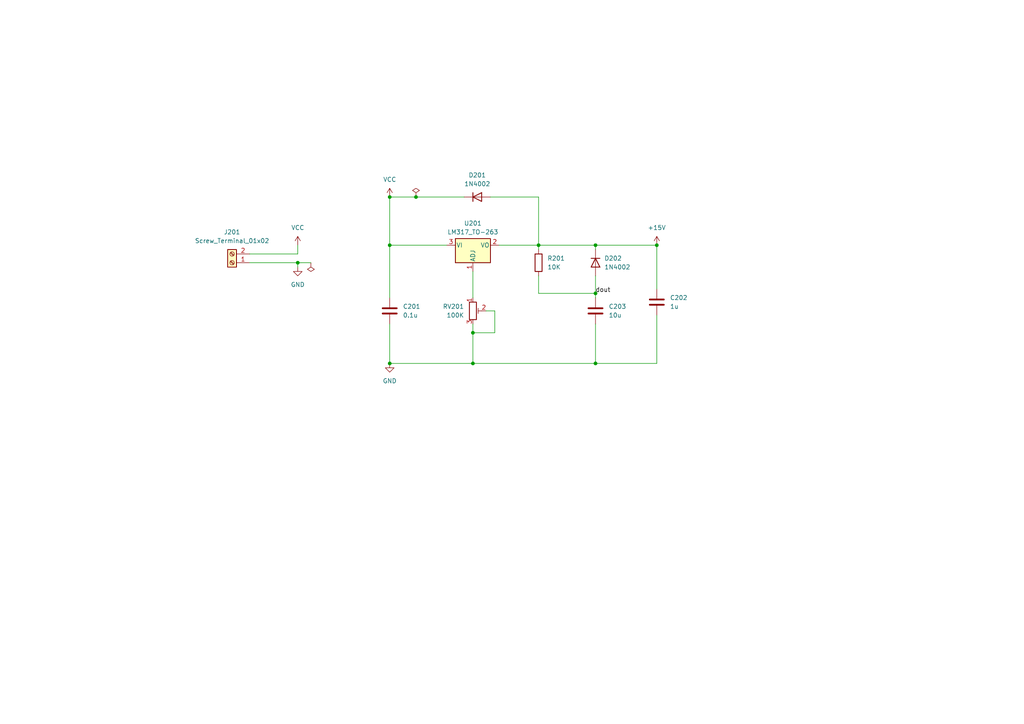
<source format=kicad_sch>
(kicad_sch (version 20250114) (generator "eeschema") (generator_version "9.0")
  (paper "A4")
  (lib_symbols
    (symbol "Connector:Screw_Terminal_01x02" (pin_names (offset 1.016) (hide yes))
      (property "Reference" "J" (at 0 2.54 0))
      (property "Value" "Screw_Terminal_01x02" (at 0 -5.08 0))
      (symbol "Screw_Terminal_01x02_1_1"
        (rectangle (start -1.27 1.27) (end 1.27 -3.81) (stroke (width 0.254)) (fill (type background)))
        (polyline (pts (xy -0.5334 0.3302) (xy 0.3302 -0.508)) (stroke (width 0.1524)))
        (polyline (pts (xy -0.5334 -2.2098) (xy 0.3302 -3.048)) (stroke (width 0.1524)))
        (polyline (pts (xy -0.3556 0.508) (xy 0.508 -0.3302)) (stroke (width 0.1524)))
        (polyline (pts (xy -0.3556 -2.032) (xy 0.508 -2.8702)) (stroke (width 0.1524)))
        (circle (center 0 0) (radius 0.635) (stroke (width 0.1524)))
        (circle (center 0 -2.54) (radius 0.635) (stroke (width 0.1524)))
        (pin passive line (at -5.08 0 0) (length 3.81) (name "Pin_1") (number "1"))
        (pin passive line (at -5.08 -2.54 0) (length 3.81) (name "Pin_2") (number "2"))
      )
    )
    (symbol "Device:C" (pin_numbers (hide yes)) (pin_names (offset 0.254))
      (property "Reference" "C" (at 0.635 2.54 0))
      (property "Value" "C" (at 0.635 -2.54 0))
      (symbol "C_0_1"
        (polyline (pts (xy -2.032 0.762) (xy 2.032 0.762)) (stroke (width 0.508)))
        (polyline (pts (xy -2.032 -0.762) (xy 2.032 -0.762)) (stroke (width 0.508)))
      )
      (symbol "C_1_1"
        (pin passive line (at 0 3.81 270) (length 2.794) (name "~") (number "1"))
        (pin passive line (at 0 -3.81 90) (length 2.794) (name "~") (number "2"))
      )
    )
    (symbol "Device:R" (pin_numbers (hide yes)) (pin_names (offset 0))
      (property "Reference" "R" (at 2.032 0 90))
      (property "Value" "R" (at 0 0 90))
      (symbol "R_0_1"
        (rectangle (start -1.016 -2.54) (end 1.016 2.54) (stroke (width 0.254)))
      )
      (symbol "R_1_1"
        (pin passive line (at 0 3.81 270) (length 1.27) (name "~") (number "1"))
        (pin passive line (at 0 -3.81 90) (length 1.27) (name "~") (number "2"))
      )
    )
    (symbol "Device:R_Potentiometer_Trim" (pin_names (offset 1.016) (hide yes))
      (property "Reference" "RV" (at -4.445 0 90))
      (property "Value" "R_Potentiometer_Trim" (at -2.54 0 90))
      (symbol "R_Potentiometer_Trim_0_1"
        (rectangle (start 1.016 2.54) (end -1.016 -2.54) (stroke (width 0.254)))
        (polyline (pts (xy 1.524 0.762) (xy 1.524 -0.762)))
        (polyline (pts (xy 2.54 0) (xy 1.524 0)))
      )
      (symbol "R_Potentiometer_Trim_1_1"
        (pin passive line (at 0 3.81 270) (length 1.27) (name "1") (number "1"))
        (pin passive line (at 0 -3.81 90) (length 1.27) (name "3") (number "3"))
        (pin passive line (at 3.81 0 180) (length 1.27) (name "2") (number "2"))
      )
    )
    (symbol "Diode:1N4002" (pin_numbers (hide yes)) (pin_names (hide yes))
      (property "Reference" "D" (at 0 2.54 0))
      (property "Value" "1N4002" (at 0 -2.54 0))
      (symbol "1N4002_0_1"
        (polyline (pts (xy -1.27 1.27) (xy -1.27 -1.27)) (stroke (width 0.254)))
        (polyline (pts (xy 1.27 1.27) (xy 1.27 -1.27) (xy -1.27 0) (xy 1.27 1.27)) (stroke (width 0.254)))
        (polyline (pts (xy 1.27 0) (xy -1.27 0)))
      )
      (symbol "1N4002_1_1"
        (pin passive line (at -3.81 0 0) (length 2.54) (name "K") (number "1"))
        (pin passive line (at 3.81 0 180) (length 2.54) (name "A") (number "2"))
      )
    )
    (symbol "Regulator_Linear:LM317_TO-263" (pin_names (offset 0.254))
      (property "Reference" "U" (at -3.81 3.175 0))
      (property "Value" "LM317_TO-263" (at 0 3.175 0))
      (symbol "LM317_TO-263_0_1"
        (rectangle (start -5.08 1.905) (end 5.08 -5.08) (stroke (width 0.254)) (fill (type background)))
      )
      (symbol "LM317_TO-263_1_1"
        (pin power_in line (at -7.62 0 0) (length 2.54) (name "VI") (number "3"))
        (pin input line (at 0 -7.62 90) (length 2.54) (name "ADJ") (number "1"))
        (pin power_out line (at 7.62 0 180) (length 2.54) (name "VO") (number "2"))
      )
    )
    (symbol "power:+15V" (power) (pin_numbers (hide yes)) (pin_names (offset 0) (hide yes))
      (property "Value" "+15V" (at 0 3.556 0))
      (symbol "+15V_0_1"
        (polyline (pts (xy -0.762 1.27) (xy 0 2.54)))
        (polyline (pts (xy 0 2.54) (xy 0.762 1.27)))
        (polyline (pts (xy 0 0) (xy 0 2.54)))
      )
      (symbol "+15V_1_1"
        (pin power_in line (at 0 0 90) (length 0) (name "~") (number "1"))
      )
    )
    (symbol "power:GND" (power) (pin_numbers (hide yes)) (pin_names (offset 0) (hide yes))
      (property "Value" "GND" (at 0 -3.81 0))
      (symbol "GND_0_1"
        (polyline (pts (xy 0 0) (xy 0 -1.27) (xy 1.27 -1.27) (xy 0 -2.54) (xy -1.27 -1.27) (xy 0 -1.27)))
      )
      (symbol "GND_1_1"
        (pin power_in line (at 0 0 270) (length 0) (name "~") (number "1"))
      )
    )
    (symbol "power:PWR_FLAG" (power) (pin_numbers (hide yes)) (pin_names (offset 0) (hide yes))
      (property "Value" "PWR_FLAG" (at 0 3.81 0))
      (symbol "PWR_FLAG_0_0"
        (pin power_out line (at 0 0 90) (length 0) (name "~") (number "1"))
      )
      (symbol "PWR_FLAG_0_1"
        (polyline (pts (xy 0 0) (xy 0 1.27) (xy -1.016 1.905) (xy 0 2.54) (xy 1.016 1.905) (xy 0 1.27)))
      )
    )
    (symbol "power:VCC" (power) (pin_numbers (hide yes)) (pin_names (offset 0) (hide yes))
      (property "Value" "VCC" (at 0 3.556 0))
      (symbol "VCC_0_1"
        (polyline (pts (xy -0.762 1.27) (xy 0 2.54)))
        (polyline (pts (xy 0 2.54) (xy 0.762 1.27)))
        (polyline (pts (xy 0 0) (xy 0 2.54)))
      )
      (symbol "VCC_1_1"
        (pin power_in line (at 0 0 90) (length 0) (name "~") (number "1"))
      )
    )
  )
  (junction (at 172.72 85.09))
  (junction (at 172.72 71.12))
  (junction (at 172.72 105.41))
  (junction (at 86.36 76.2))
  (junction (at 113.03 71.12))
  (junction (at 190.5 71.12))
  (junction (at 113.03 57.15))
  (junction (at 137.16 105.41))
  (junction (at 120.65 57.15))
  (junction (at 156.21 71.12))
  (junction (at 137.16 96.52))
  (junction (at 113.03 105.41))
  (wire (pts (xy 143.51 90.17) (xy 143.51 96.52)))
  (wire (pts (xy 86.36 73.66) (xy 72.39 73.66)))
  (wire (pts (xy 137.16 105.41) (xy 113.03 105.41)))
  (wire (pts (xy 172.72 105.41) (xy 137.16 105.41)))
  (wire (pts (xy 113.03 105.41) (xy 113.03 93.98)))
  (wire (pts (xy 134.62 57.15) (xy 120.65 57.15)))
  (wire (pts (xy 113.03 71.12) (xy 113.03 86.36)))
  (wire (pts (xy 190.5 71.12) (xy 190.5 83.82)))
  (wire (pts (xy 86.36 71.12) (xy 86.36 73.66)))
  (wire (pts (xy 72.39 76.2) (xy 86.36 76.2)))
  (wire (pts (xy 172.72 71.12) (xy 190.5 71.12)))
  (wire (pts (xy 172.72 93.98) (xy 172.72 105.41)))
  (wire (pts (xy 172.72 71.12) (xy 172.72 72.39)))
  (wire (pts (xy 137.16 96.52) (xy 137.16 105.41)))
  (wire (pts (xy 156.21 71.12) (xy 156.21 72.39)))
  (wire (pts (xy 113.03 57.15) (xy 113.03 71.12)))
  (wire (pts (xy 86.36 76.2) (xy 90.17 76.2)))
  (wire (pts (xy 156.21 57.15) (xy 156.21 71.12)))
  (wire (pts (xy 143.51 96.52) (xy 137.16 96.52)))
  (wire (pts (xy 172.72 80.01) (xy 172.72 85.09)))
  (wire (pts (xy 129.54 71.12) (xy 113.03 71.12)))
  (wire (pts (xy 172.72 85.09) (xy 172.72 86.36)))
  (wire (pts (xy 142.24 57.15) (xy 156.21 57.15)))
  (wire (pts (xy 120.65 57.15) (xy 113.03 57.15)))
  (wire (pts (xy 86.36 76.2) (xy 86.36 77.47)))
  (wire (pts (xy 144.78 71.12) (xy 156.21 71.12)))
  (wire (pts (xy 137.16 93.98) (xy 137.16 96.52)))
  (wire (pts (xy 156.21 80.01) (xy 156.21 85.09)))
  (wire (pts (xy 137.16 78.74) (xy 137.16 86.36)))
  (wire (pts (xy 156.21 71.12) (xy 172.72 71.12)))
  (wire (pts (xy 140.97 90.17) (xy 143.51 90.17)))
  (wire (pts (xy 190.5 105.41) (xy 172.72 105.41)))
  (wire (pts (xy 156.21 85.09) (xy 172.72 85.09)))
  (wire (pts (xy 190.5 91.44) (xy 190.5 105.41)))
  (label "dout" (at 172.72 85.09 0))
  (symbol (lib_id "Device:C") (at 113.03 90.17 180) (unit 1)
    (property "Reference" "C201" (at 116.84 88.8999 0) (effects (justify right)))
    (property "Value" "0.1u" (at 116.84 91.4399 0) (effects (justify right)))
    (property "Footprint" "Capacitor_SMD:C_0805_2012Metric" (effects (hide yes)))
    (property "Description" "Unpolarized capacitor" (effects (hide yes)))
  )
  (symbol (lib_id "Device:C") (at 172.72 90.17 180) (unit 1)
    (property "Reference" "C203" (at 176.53 88.8999 0) (effects (justify right)))
    (property "Value" "10u" (at 176.53 91.4399 0) (effects (justify right)))
    (property "Footprint" "Capacitor_SMD:C_1210_3225Metric" (effects (hide yes)))
    (property "Description" "Unpolarized capacitor" (effects (hide yes)))
  )
  (symbol (lib_id "Device:R") (at 156.21 76.2 180) (unit 1)
    (property "Reference" "R201" (at 158.75 74.9299 0) (effects (justify right)))
    (property "Value" "10K" (at 158.75 77.4699 0) (effects (justify right)))
    (property "Footprint" "Resistor_SMD:R_0805_2012Metric" (effects (hide yes)))
    (property "Description" "Resistor" (effects (hide yes)))
  )
  (symbol (lib_id "Device:R_Potentiometer_Trim") (at 137.16 90.17 0) (unit 1)
    (property "Reference" "RV201" (at 134.62 88.8999 0) (effects (justify right)))
    (property "Value" "100K" (at 134.62 91.4399 0) (effects (justify right)))
    (property "Footprint" "Potentiometer_THT:Potentiometer_Bourns_3299W_Vertical" (effects (hide yes)))
    (property "Description" "Trim-potentiometer" (effects (hide yes)))
  )
  (symbol (lib_id "power:GND") (at 113.03 105.41 0) (unit 1)
    (property "Reference" "#PWR0204" (effects (hide yes)))
    (property "Value" "GND" (at 113.03 110.49 0))
    (property "Description" "Power symbol creates a global label with name \"GND\" , ground" (effects (hide yes)))
  )
  (symbol (lib_id "Diode:1N4002") (at 172.72 76.2 270) (unit 1)
    (property "Reference" "D202" (at 175.26 74.9299 90) (effects (justify left)))
    (property "Value" "1N4002" (at 175.26 77.4699 90) (effects (justify left)))
    (property "Footprint" "Diode_THT:D_DO-41_SOD81_P10.16mm_Horizontal" (effects (hide yes)))
    (property "Datasheet" "http://www.vishay.com/docs/88503/1n4001.pdf" (effects (hide yes)))
    (property "Description" "100V 1A General Purpose Rectifier Diode, DO-41" (effects (hide yes)))
    (property "Sim.Device" "D" (effects (hide yes)))
    (property "Sim.Pins" "1=K 2=A" (effects (hide yes)))
  )
  (symbol (lib_id "power:PWR_FLAG") (at 90.17 76.2 180) (unit 1)
    (property "Reference" "#FLG0202" (effects (hide yes)))
    (property "Value" "PWR_FLAG" (effects (hide yes)))
    (property "Description" "Special symbol for telling ERC where power comes from" (effects (hide yes)))
  )
  (symbol (lib_id "power:VCC") (at 113.03 57.15 0) (unit 1)
    (property "Reference" "#PWR0203" (effects (hide yes)))
    (property "Value" "VCC" (at 113.03 52.07 0))
    (property "Description" "Power symbol creates a global label with name \"VCC\"" (effects (hide yes)))
  )
  (symbol (lib_id "power:GND") (at 86.36 77.47 0) (unit 1)
    (property "Reference" "#PWR0202" (effects (hide yes)))
    (property "Value" "GND" (at 86.36 82.55 0))
    (property "Description" "Power symbol creates a global label with name \"GND\" , ground" (effects (hide yes)))
  )
  (symbol (lib_id "Regulator_Linear:LM317_TO-263") (at 137.16 71.12 0) (unit 1)
    (property "Reference" "U201" (at 137.16 64.77 0))
    (property "Value" "LM317_TO-263" (at 137.16 67.31 0))
    (property "Footprint" "Package_TO_SOT_SMD:TO-263-3_TabPin2" (effects (hide yes)))
    (property "Datasheet" "http://www.ti.com/lit/ds/symlink/lm317.pdf" (effects (hide yes)))
    (property "Description" "1.5A 35V Adjustable Linear Regulator, TO-263" (effects (hide yes)))
  )
  (symbol (lib_id "Diode:1N4002") (at 138.43 57.15 0) (unit 1)
    (property "Reference" "D201" (at 138.43 50.8 0))
    (property "Value" "1N4002" (at 138.43 53.34 0))
    (property "Footprint" "Diode_THT:D_DO-41_SOD81_P10.16mm_Horizontal" (effects (hide yes)))
    (property "Datasheet" "http://www.vishay.com/docs/88503/1n4001.pdf" (effects (hide yes)))
    (property "Description" "100V 1A General Purpose Rectifier Diode, DO-41" (effects (hide yes)))
    (property "Sim.Device" "D" (effects (hide yes)))
    (property "Sim.Pins" "1=K 2=A" (effects (hide yes)))
  )
  (symbol (lib_id "power:PWR_FLAG") (at 120.65 57.15 0) (unit 1)
    (property "Reference" "#FLG0201" (effects (hide yes)))
    (property "Value" "PWR_FLAG" (effects (hide yes)))
    (property "Description" "Special symbol for telling ERC where power comes from" (effects (hide yes)))
  )
  (symbol (lib_id "power:+15V") (at 190.5 71.12 0) (unit 1)
    (property "Reference" "#PWR0205" (effects (hide yes)))
    (property "Value" "+15V" (at 190.5 66.04 0))
    (property "Description" "Power symbol creates a global label with name \"+15V\"" (effects (hide yes)))
  )
  (symbol (lib_id "power:VCC") (at 86.36 71.12 0) (unit 1)
    (property "Reference" "#PWR0201" (effects (hide yes)))
    (property "Value" "VCC" (at 86.36 66.04 0))
    (property "Description" "Power symbol creates a global label with name \"VCC\"" (effects (hide yes)))
  )
  (symbol (lib_id "Connector:Screw_Terminal_01x02") (at 67.31 76.2 180) (unit 1)
    (property "Reference" "J201" (at 67.31 67.31 0))
    (property "Value" "Screw_Terminal_01x02" (at 67.31 69.85 0))
    (property "Footprint" "TerminalBlock_Altech:Altech_AK100_1x02_P5.00mm" (effects (hide yes)))
    (property "Description" "Generic screw terminal, single row, 01x02, script generated (kicad-library-utils/schlib/autogen/connector/)" (effects (hide yes)))
  )
  (symbol (lib_id "Device:C") (at 190.5 87.63 180) (unit 1)
    (property "Reference" "C202" (at 194.31 86.3599 0) (effects (justify right)))
    (property "Value" "1u" (at 194.31 88.8999 0) (effects (justify right)))
    (property "Footprint" "Capacitor_SMD:C_0805_2012Metric" (effects (hide yes)))
    (property "Description" "Unpolarized capacitor" (effects (hide yes)))
  )
)
</source>
